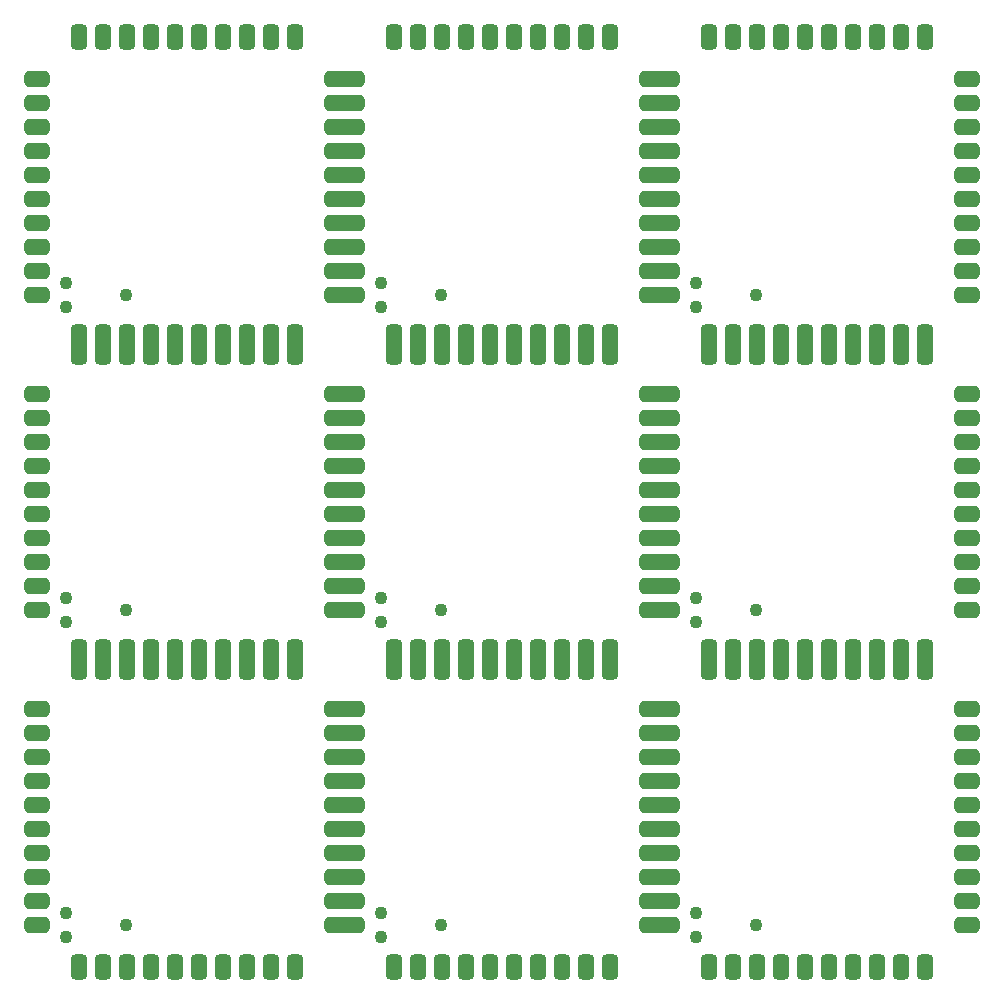
<source format=gbs>
G04*
G04 #@! TF.GenerationSoftware,Altium Limited,Altium Designer,22.4.2 (48)*
G04*
G04 Layer_Color=16711935*
%FSLAX25Y25*%
%MOIN*%
G70*
G04*
G04 #@! TF.SameCoordinates,672AAA3E-DD7D-455D-AD33-57807C77CB51*
G04*
G04*
G04 #@! TF.FilePolarity,Negative*
G04*
G01*
G75*
G04:AMPARAMS|DCode=70|XSize=53.94mil|YSize=83.94mil|CornerRadius=14.47mil|HoleSize=0mil|Usage=FLASHONLY|Rotation=90.000|XOffset=0mil|YOffset=0mil|HoleType=Round|Shape=RoundedRectangle|*
%AMROUNDEDRECTD70*
21,1,0.05394,0.05500,0,0,90.0*
21,1,0.02500,0.08394,0,0,90.0*
1,1,0.02894,0.02750,0.01250*
1,1,0.02894,0.02750,-0.01250*
1,1,0.02894,-0.02750,-0.01250*
1,1,0.02894,-0.02750,0.01250*
%
%ADD70ROUNDEDRECTD70*%
G04:AMPARAMS|DCode=71|XSize=53.94mil|YSize=83.94mil|CornerRadius=14.47mil|HoleSize=0mil|Usage=FLASHONLY|Rotation=180.000|XOffset=0mil|YOffset=0mil|HoleType=Round|Shape=RoundedRectangle|*
%AMROUNDEDRECTD71*
21,1,0.05394,0.05500,0,0,180.0*
21,1,0.02500,0.08394,0,0,180.0*
1,1,0.02894,-0.01250,0.02750*
1,1,0.02894,0.01250,0.02750*
1,1,0.02894,0.01250,-0.02750*
1,1,0.02894,-0.01250,-0.02750*
%
%ADD71ROUNDEDRECTD71*%
%ADD72C,0.04284*%
D70*
X17500Y31500D02*
D03*
Y39500D02*
D03*
Y47500D02*
D03*
Y55500D02*
D03*
Y63500D02*
D03*
Y71500D02*
D03*
Y79500D02*
D03*
Y87500D02*
D03*
Y95500D02*
D03*
Y103500D02*
D03*
X117500D02*
D03*
Y95500D02*
D03*
Y87500D02*
D03*
Y79500D02*
D03*
Y71500D02*
D03*
Y63500D02*
D03*
Y55500D02*
D03*
Y47500D02*
D03*
Y39500D02*
D03*
Y31500D02*
D03*
X122500D02*
D03*
Y39500D02*
D03*
Y47500D02*
D03*
Y55500D02*
D03*
Y63500D02*
D03*
Y71500D02*
D03*
Y79500D02*
D03*
Y87500D02*
D03*
Y95500D02*
D03*
Y103500D02*
D03*
X222500D02*
D03*
Y95500D02*
D03*
Y87500D02*
D03*
Y79500D02*
D03*
Y71500D02*
D03*
Y63500D02*
D03*
Y55500D02*
D03*
Y47500D02*
D03*
Y39500D02*
D03*
Y31500D02*
D03*
X227500D02*
D03*
Y39500D02*
D03*
Y47500D02*
D03*
Y55500D02*
D03*
Y63500D02*
D03*
Y71500D02*
D03*
Y79500D02*
D03*
Y87500D02*
D03*
Y95500D02*
D03*
Y103500D02*
D03*
X327500D02*
D03*
Y95500D02*
D03*
Y87500D02*
D03*
Y79500D02*
D03*
Y71500D02*
D03*
Y63500D02*
D03*
Y55500D02*
D03*
Y47500D02*
D03*
Y39500D02*
D03*
Y31500D02*
D03*
X17500Y136500D02*
D03*
Y144500D02*
D03*
Y152500D02*
D03*
Y160500D02*
D03*
Y168500D02*
D03*
Y176500D02*
D03*
Y184500D02*
D03*
Y192500D02*
D03*
Y200500D02*
D03*
Y208500D02*
D03*
X117500D02*
D03*
Y200500D02*
D03*
Y192500D02*
D03*
Y184500D02*
D03*
Y176500D02*
D03*
Y168500D02*
D03*
Y160500D02*
D03*
Y152500D02*
D03*
Y144500D02*
D03*
Y136500D02*
D03*
X122500D02*
D03*
Y144500D02*
D03*
Y152500D02*
D03*
Y160500D02*
D03*
Y168500D02*
D03*
Y176500D02*
D03*
Y184500D02*
D03*
Y192500D02*
D03*
Y200500D02*
D03*
Y208500D02*
D03*
X222500D02*
D03*
Y200500D02*
D03*
Y192500D02*
D03*
Y184500D02*
D03*
Y176500D02*
D03*
Y168500D02*
D03*
Y160500D02*
D03*
Y152500D02*
D03*
Y144500D02*
D03*
Y136500D02*
D03*
X227500D02*
D03*
Y144500D02*
D03*
Y152500D02*
D03*
Y160500D02*
D03*
Y168500D02*
D03*
Y176500D02*
D03*
Y184500D02*
D03*
Y192500D02*
D03*
Y200500D02*
D03*
Y208500D02*
D03*
X327500D02*
D03*
Y200500D02*
D03*
Y192500D02*
D03*
Y184500D02*
D03*
Y176500D02*
D03*
Y168500D02*
D03*
Y160500D02*
D03*
Y152500D02*
D03*
Y144500D02*
D03*
Y136500D02*
D03*
X17500Y241500D02*
D03*
Y249500D02*
D03*
Y257500D02*
D03*
Y265500D02*
D03*
Y273500D02*
D03*
Y281500D02*
D03*
Y289500D02*
D03*
Y297500D02*
D03*
Y305500D02*
D03*
Y313500D02*
D03*
X117500D02*
D03*
Y305500D02*
D03*
Y297500D02*
D03*
Y289500D02*
D03*
Y281500D02*
D03*
Y273500D02*
D03*
Y265500D02*
D03*
Y257500D02*
D03*
Y249500D02*
D03*
Y241500D02*
D03*
X122500D02*
D03*
Y249500D02*
D03*
Y257500D02*
D03*
Y265500D02*
D03*
Y273500D02*
D03*
Y281500D02*
D03*
Y289500D02*
D03*
Y297500D02*
D03*
Y305500D02*
D03*
Y313500D02*
D03*
X222500D02*
D03*
Y305500D02*
D03*
Y297500D02*
D03*
Y289500D02*
D03*
Y281500D02*
D03*
Y273500D02*
D03*
Y265500D02*
D03*
Y257500D02*
D03*
Y249500D02*
D03*
Y241500D02*
D03*
X227500D02*
D03*
Y249500D02*
D03*
Y257500D02*
D03*
Y265500D02*
D03*
Y273500D02*
D03*
Y281500D02*
D03*
Y289500D02*
D03*
Y297500D02*
D03*
Y305500D02*
D03*
Y313500D02*
D03*
X327500D02*
D03*
Y305500D02*
D03*
Y297500D02*
D03*
Y289500D02*
D03*
Y281500D02*
D03*
Y273500D02*
D03*
Y265500D02*
D03*
Y257500D02*
D03*
Y249500D02*
D03*
Y241500D02*
D03*
D71*
X103500Y17500D02*
D03*
X95500D02*
D03*
X87500D02*
D03*
X79500D02*
D03*
X71500D02*
D03*
X63500D02*
D03*
X55500D02*
D03*
X47500D02*
D03*
X39500D02*
D03*
X31500D02*
D03*
Y117500D02*
D03*
X39500D02*
D03*
X47500D02*
D03*
X55500D02*
D03*
X63500D02*
D03*
X71500D02*
D03*
X79500D02*
D03*
X87500D02*
D03*
X95500D02*
D03*
X103500D02*
D03*
X208500Y17500D02*
D03*
X200500D02*
D03*
X192500D02*
D03*
X184500D02*
D03*
X176500D02*
D03*
X168500D02*
D03*
X160500D02*
D03*
X152500D02*
D03*
X144500D02*
D03*
X136500D02*
D03*
Y117500D02*
D03*
X144500D02*
D03*
X152500D02*
D03*
X160500D02*
D03*
X168500D02*
D03*
X176500D02*
D03*
X184500D02*
D03*
X192500D02*
D03*
X200500D02*
D03*
X208500D02*
D03*
X313500Y17500D02*
D03*
X305500D02*
D03*
X297500D02*
D03*
X289500D02*
D03*
X281500D02*
D03*
X273500D02*
D03*
X265500D02*
D03*
X257500D02*
D03*
X249500D02*
D03*
X241500D02*
D03*
Y117500D02*
D03*
X249500D02*
D03*
X257500D02*
D03*
X265500D02*
D03*
X273500D02*
D03*
X281500D02*
D03*
X289500D02*
D03*
X297500D02*
D03*
X305500D02*
D03*
X313500D02*
D03*
X103500Y122500D02*
D03*
X95500D02*
D03*
X87500D02*
D03*
X79500D02*
D03*
X71500D02*
D03*
X63500D02*
D03*
X55500D02*
D03*
X47500D02*
D03*
X39500D02*
D03*
X31500D02*
D03*
Y222500D02*
D03*
X39500D02*
D03*
X47500D02*
D03*
X55500D02*
D03*
X63500D02*
D03*
X71500D02*
D03*
X79500D02*
D03*
X87500D02*
D03*
X95500D02*
D03*
X103500D02*
D03*
X208500Y122500D02*
D03*
X200500D02*
D03*
X192500D02*
D03*
X184500D02*
D03*
X176500D02*
D03*
X168500D02*
D03*
X160500D02*
D03*
X152500D02*
D03*
X144500D02*
D03*
X136500D02*
D03*
Y222500D02*
D03*
X144500D02*
D03*
X152500D02*
D03*
X160500D02*
D03*
X168500D02*
D03*
X176500D02*
D03*
X184500D02*
D03*
X192500D02*
D03*
X200500D02*
D03*
X208500D02*
D03*
X313500Y122500D02*
D03*
X305500D02*
D03*
X297500D02*
D03*
X289500D02*
D03*
X281500D02*
D03*
X273500D02*
D03*
X265500D02*
D03*
X257500D02*
D03*
X249500D02*
D03*
X241500D02*
D03*
Y222500D02*
D03*
X249500D02*
D03*
X257500D02*
D03*
X265500D02*
D03*
X273500D02*
D03*
X281500D02*
D03*
X289500D02*
D03*
X297500D02*
D03*
X305500D02*
D03*
X313500D02*
D03*
X103500Y227500D02*
D03*
X95500D02*
D03*
X87500D02*
D03*
X79500D02*
D03*
X71500D02*
D03*
X63500D02*
D03*
X55500D02*
D03*
X47500D02*
D03*
X39500D02*
D03*
X31500D02*
D03*
Y327500D02*
D03*
X39500D02*
D03*
X47500D02*
D03*
X55500D02*
D03*
X63500D02*
D03*
X71500D02*
D03*
X79500D02*
D03*
X87500D02*
D03*
X95500D02*
D03*
X103500D02*
D03*
X208500Y227500D02*
D03*
X200500D02*
D03*
X192500D02*
D03*
X184500D02*
D03*
X176500D02*
D03*
X168500D02*
D03*
X160500D02*
D03*
X152500D02*
D03*
X144500D02*
D03*
X136500D02*
D03*
Y327500D02*
D03*
X144500D02*
D03*
X152500D02*
D03*
X160500D02*
D03*
X168500D02*
D03*
X176500D02*
D03*
X184500D02*
D03*
X192500D02*
D03*
X200500D02*
D03*
X208500D02*
D03*
X313500Y227500D02*
D03*
X305500D02*
D03*
X297500D02*
D03*
X289500D02*
D03*
X281500D02*
D03*
X273500D02*
D03*
X265500D02*
D03*
X257500D02*
D03*
X249500D02*
D03*
X241500D02*
D03*
Y327500D02*
D03*
X249500D02*
D03*
X257500D02*
D03*
X265500D02*
D03*
X273500D02*
D03*
X281500D02*
D03*
X289500D02*
D03*
X297500D02*
D03*
X305500D02*
D03*
X313500D02*
D03*
D72*
X27000Y27500D02*
D03*
Y35500D02*
D03*
X47000Y31500D02*
D03*
X132000Y27500D02*
D03*
Y35500D02*
D03*
X152000Y31500D02*
D03*
X237000Y27500D02*
D03*
Y35500D02*
D03*
X257000Y31500D02*
D03*
X27000Y132500D02*
D03*
Y140500D02*
D03*
X47000Y136500D02*
D03*
X132000Y132500D02*
D03*
Y140500D02*
D03*
X152000Y136500D02*
D03*
X237000Y132500D02*
D03*
Y140500D02*
D03*
X257000Y136500D02*
D03*
X27000Y237500D02*
D03*
Y245500D02*
D03*
X47000Y241500D02*
D03*
X132000Y237500D02*
D03*
Y245500D02*
D03*
X152000Y241500D02*
D03*
X237000Y237500D02*
D03*
Y245500D02*
D03*
X257000Y241500D02*
D03*
M02*

</source>
